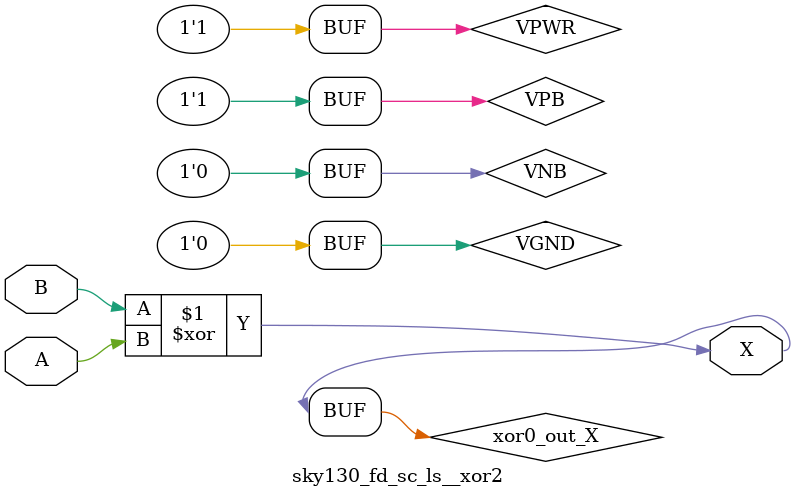
<source format=v>



module sky130_fd_sc_ls__xor2 (
    X,
    A,
    B
);

    output X;
    input  A;
    input  B;

    supply1 VPWR;
    supply0 VGND;
    supply1 VPB ;
    supply0 VNB ;

    wire xor0_out_X;

    xor xor0 (xor0_out_X, B, A           );
    buf buf0 (X         , xor0_out_X     );

endmodule

</source>
